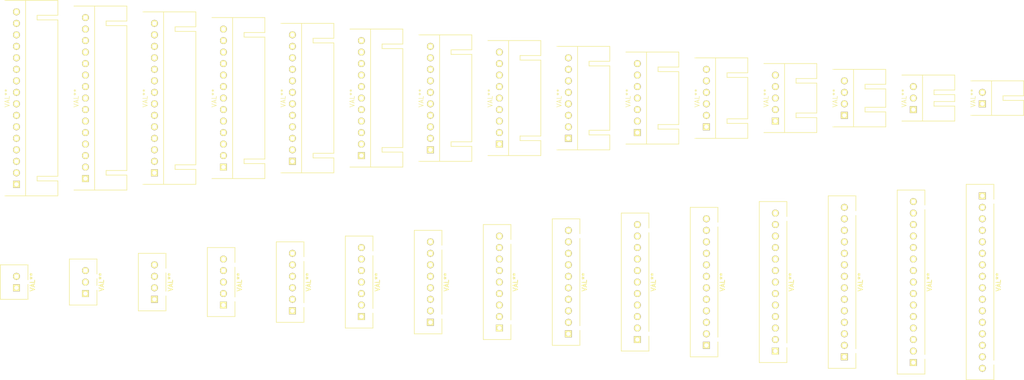
<source format=kicad_pcb>
(kicad_pcb (version 3) (host pcbnew "(2014-jan-25)-product")

  (general
    (links 0)
    (no_connects 0)
    (area 35.253143 38.420999 257.829001 121.579001)
    (thickness 1.6)
    (drawings 0)
    (tracks 0)
    (zones 0)
    (modules 30)
    (nets 1)
  )

  (page A4)
  (layers
    (15 F.Cu signal)
    (0 B.Cu signal)
    (16 B.Adhes user)
    (17 F.Adhes user)
    (18 B.Paste user)
    (19 F.Paste user)
    (20 B.SilkS user)
    (21 F.SilkS user)
    (22 B.Mask user)
    (23 F.Mask user)
    (24 Dwgs.User user)
    (25 Cmts.User user)
    (26 Eco1.User user)
    (27 Eco2.User user)
    (28 Edge.Cuts user)
  )

  (setup
    (last_trace_width 0.254)
    (trace_clearance 0.254)
    (zone_clearance 0.508)
    (zone_45_only no)
    (trace_min 0.254)
    (segment_width 0.2)
    (edge_width 0.15)
    (via_size 0.889)
    (via_drill 0.635)
    (via_min_size 0.889)
    (via_min_drill 0.508)
    (uvia_size 0.508)
    (uvia_drill 0.127)
    (uvias_allowed no)
    (uvia_min_size 0.508)
    (uvia_min_drill 0.127)
    (pcb_text_width 0.3)
    (pcb_text_size 1 1)
    (mod_edge_width 0.15)
    (mod_text_size 1 1)
    (mod_text_width 0.15)
    (pad_size 1 1)
    (pad_drill 0.6)
    (pad_to_mask_clearance 0)
    (aux_axis_origin 0 0)
    (visible_elements FFFFFF7F)
    (pcbplotparams
      (layerselection 3178497)
      (usegerberextensions true)
      (excludeedgelayer true)
      (linewidth 0.150000)
      (plotframeref false)
      (viasonmask false)
      (mode 1)
      (useauxorigin false)
      (hpglpennumber 1)
      (hpglpenspeed 20)
      (hpglpendiameter 15)
      (hpglpenoverlay 2)
      (psnegative false)
      (psa4output false)
      (plotreference true)
      (plotvalue true)
      (plotothertext true)
      (plotinvisibletext false)
      (padsonsilk false)
      (subtractmaskfromsilk false)
      (outputformat 1)
      (mirror false)
      (drillshape 1)
      (scaleselection 1)
      (outputdirectory ""))
  )

  (net 0 "")

  (net_class Default "Это класс цепей по умолчанию."
    (clearance 0.254)
    (trace_width 0.254)
    (via_dia 0.889)
    (via_drill 0.635)
    (uvia_dia 0.508)
    (uvia_drill 0.127)
  )

  (module JST_Conn:JST-XH-16 (layer F.Cu) (tedit 5721D3A4) (tstamp 5721A1B2)
    (at 250 100 270)
    (descr "JST-XH 16 pins")
    (tags "CONN DEV")
    (fp_text reference REF** (at 0 2.25 270) (layer F.SilkS) hide
      (effects (font (size 1 1) (thickness 0.2)))
    )
    (fp_text value VAL** (at 0 -3.5 270) (layer F.SilkS)
      (effects (font (size 1 1) (thickness 0.2)))
    )
    (fp_line (start -21.25 -2.5) (end -18 -2.5) (layer F.SilkS) (width 0.15))
    (fp_line (start 17 -2.5) (end -17 -2.5) (layer F.SilkS) (width 0.15))
    (fp_line (start 21.25 -2.5) (end 18 -2.5) (layer F.SilkS) (width 0.15))
    (fp_line (start 21.25 3.5) (end -21.25 3.5) (layer F.SilkS) (width 0.15))
    (fp_line (start -21.25 3.5) (end -21.25 -2.5) (layer F.SilkS) (width 0.15))
    (fp_line (start 21.25 -2.5) (end 21.25 3.5) (layer F.SilkS) (width 0.15))
    (pad 1 thru_hole rect (at -18.75 0 270) (size 1.5 1.5) (drill 0.9) (layers *.Cu *.Mask F.SilkS))
    (pad 2 thru_hole circle (at -16.25 0 270) (size 1.5 1.5) (drill 0.9) (layers *.Cu *.Mask F.SilkS))
    (pad 3 thru_hole circle (at -13.75 0 270) (size 1.5 1.5) (drill 0.9) (layers *.Cu *.Mask F.SilkS))
    (pad 4 thru_hole circle (at -11.25 0 270) (size 1.5 1.5) (drill 0.9) (layers *.Cu *.Mask F.SilkS))
    (pad 5 thru_hole circle (at -8.75 0 270) (size 1.5 1.5) (drill 0.9) (layers *.Cu *.Mask F.SilkS))
    (pad 6 thru_hole circle (at -6.25 0 270) (size 1.5 1.5) (drill 0.9) (layers *.Cu *.Mask F.SilkS))
    (pad 7 thru_hole circle (at -3.75 0 270) (size 1.5 1.5) (drill 0.9) (layers *.Cu *.Mask F.SilkS))
    (pad 8 thru_hole circle (at -1.25 0 270) (size 1.5 1.5) (drill 0.9) (layers *.Cu *.Mask F.SilkS))
    (pad 9 thru_hole circle (at 1.25 0 270) (size 1.5 1.5) (drill 0.9) (layers *.Cu *.Mask F.SilkS))
    (pad 10 thru_hole circle (at 3.75 0 270) (size 1.5 1.5) (drill 0.9) (layers *.Cu *.Mask F.SilkS))
    (pad 11 thru_hole circle (at 6.25 0 270) (size 1.5 1.5) (drill 0.9) (layers *.Cu *.Mask F.SilkS))
    (pad 12 thru_hole circle (at 8.75 0 270) (size 1.5 1.5) (drill 0.9) (layers *.Cu *.Mask F.SilkS))
    (pad 13 thru_hole circle (at 11.25 0 270) (size 1.5 1.5) (drill 0.9) (layers *.Cu *.Mask F.SilkS))
    (pad 14 thru_hole circle (at 13.75 0 270) (size 1.5 1.5) (drill 0.9) (layers *.Cu *.Mask F.SilkS))
    (pad 15 thru_hole circle (at 16.25 0 270) (size 1.5 1.5) (drill 0.9) (layers *.Cu *.Mask F.SilkS))
    (pad 16 thru_hole circle (at 18.75 0 270) (size 1.5 1.5) (drill 0.9) (layers *.Cu *.Mask F.SilkS))
    (model JST_Conn.3dshapes/JST-XH-16.wrl
      (at (xyz 0 0 0))
      (scale (xyz 1 1 1))
      (rotate (xyz 0 0 0))
    )
  )

  (module JST_Conn:JST-XH-2.5-15 (layer F.Cu) (tedit 5723DE86) (tstamp 5723F0F2)
    (at 235 100 270)
    (descr "JST-XH 15 pins")
    (tags "CONN DEV")
    (fp_text reference REF** (at 0 2.25 270) (layer F.SilkS) hide
      (effects (font (size 1 1) (thickness 0.2)))
    )
    (fp_text value VAL** (at 0 -3.5 270) (layer F.SilkS)
      (effects (font (size 1 1) (thickness 0.2)))
    )
    (fp_line (start 20 -2.5) (end 16.75 -2.5) (layer F.SilkS) (width 0.15))
    (fp_line (start -15.75 -2.5) (end 15.75 -2.5) (layer F.SilkS) (width 0.15))
    (fp_line (start -20 -2.5) (end -16.75 -2.5) (layer F.SilkS) (width 0.15))
    (fp_line (start -20 3.5) (end 20 3.5) (layer F.SilkS) (width 0.15))
    (fp_line (start 20 3.5) (end 20 -2.5) (layer F.SilkS) (width 0.15))
    (fp_line (start -20 -2.5) (end -20 3.5) (layer F.SilkS) (width 0.15))
    (pad 1 thru_hole rect (at 17.5 0 90) (size 1.5 1.5) (drill 0.9) (layers *.Cu *.Mask F.SilkS))
    (pad 2 thru_hole circle (at 15 0 90) (size 1.5 1.5) (drill 0.9) (layers *.Cu *.Mask F.SilkS))
    (pad 3 thru_hole circle (at 12.5 0 90) (size 1.5 1.5) (drill 0.9) (layers *.Cu *.Mask F.SilkS))
    (pad 4 thru_hole circle (at 10 0 90) (size 1.5 1.5) (drill 0.9) (layers *.Cu *.Mask F.SilkS))
    (pad 5 thru_hole circle (at 7.5 0 90) (size 1.5 1.5) (drill 0.9) (layers *.Cu *.Mask F.SilkS))
    (pad 6 thru_hole circle (at 5 0 90) (size 1.5 1.5) (drill 0.9) (layers *.Cu *.Mask F.SilkS))
    (pad 7 thru_hole circle (at 2.5 0 90) (size 1.5 1.5) (drill 0.9) (layers *.Cu *.Mask F.SilkS))
    (pad 8 thru_hole circle (at 0 0 90) (size 1.5 1.5) (drill 0.9) (layers *.Cu *.Mask F.SilkS))
    (pad 9 thru_hole circle (at -2.5 0 90) (size 1.5 1.5) (drill 0.9) (layers *.Cu *.Mask F.SilkS))
    (pad 10 thru_hole circle (at -5 0 90) (size 1.5 1.5) (drill 0.9) (layers *.Cu *.Mask F.SilkS))
    (pad 11 thru_hole circle (at -7.5 0 90) (size 1.5 1.5) (drill 0.9) (layers *.Cu *.Mask F.SilkS))
    (pad 12 thru_hole circle (at -10 0 90) (size 1.5 1.5) (drill 0.9) (layers *.Cu *.Mask F.SilkS))
    (pad 13 thru_hole circle (at -12.5 0 90) (size 1.5 1.5) (drill 0.9) (layers *.Cu *.Mask F.SilkS))
    (pad 14 thru_hole circle (at -15 0 90) (size 1.5 1.5) (drill 0.9) (layers *.Cu *.Mask F.SilkS))
    (pad 15 thru_hole circle (at -17.5 0 90) (size 1.5 1.5) (drill 0.9) (layers *.Cu *.Mask F.SilkS))
    (model JST_Conn.3dshapes/JST-XH-15.wrl
      (at (xyz 0 0 0))
      (scale (xyz 1 1 1))
      (rotate (xyz 0 0 0))
    )
  )

  (module JST_Conn:JST-XH-2.5-14 (layer F.Cu) (tedit 5723DE86) (tstamp 5723F29C)
    (at 220 100 270)
    (descr "JST-XH 14 pins")
    (tags "CONN DEV")
    (fp_text reference REF** (at 0 2.25 270) (layer F.SilkS) hide
      (effects (font (size 1 1) (thickness 0.2)))
    )
    (fp_text value VAL** (at 0 -3.5 270) (layer F.SilkS)
      (effects (font (size 1 1) (thickness 0.2)))
    )
    (fp_line (start 18.75 -2.5) (end 15.5 -2.5) (layer F.SilkS) (width 0.15))
    (fp_line (start -14.5 -2.5) (end 14.5 -2.5) (layer F.SilkS) (width 0.15))
    (fp_line (start -18.75 -2.5) (end -15.5 -2.5) (layer F.SilkS) (width 0.15))
    (fp_line (start -18.75 3.5) (end 18.75 3.5) (layer F.SilkS) (width 0.15))
    (fp_line (start 18.75 3.5) (end 18.75 -2.5) (layer F.SilkS) (width 0.15))
    (fp_line (start -18.75 -2.5) (end -18.75 3.5) (layer F.SilkS) (width 0.15))
    (pad 1 thru_hole rect (at 16.25 0 90) (size 1.5 1.5) (drill 0.9) (layers *.Cu *.Mask F.SilkS))
    (pad 2 thru_hole circle (at 13.75 0 90) (size 1.5 1.5) (drill 0.9) (layers *.Cu *.Mask F.SilkS))
    (pad 3 thru_hole circle (at 11.25 0 90) (size 1.5 1.5) (drill 0.9) (layers *.Cu *.Mask F.SilkS))
    (pad 4 thru_hole circle (at 8.75 0 90) (size 1.5 1.5) (drill 0.9) (layers *.Cu *.Mask F.SilkS))
    (pad 5 thru_hole circle (at 6.25 0 90) (size 1.5 1.5) (drill 0.9) (layers *.Cu *.Mask F.SilkS))
    (pad 6 thru_hole circle (at 3.75 0 90) (size 1.5 1.5) (drill 0.9) (layers *.Cu *.Mask F.SilkS))
    (pad 7 thru_hole circle (at 1.25 0 90) (size 1.5 1.5) (drill 0.9) (layers *.Cu *.Mask F.SilkS))
    (pad 8 thru_hole circle (at -1.25 0 90) (size 1.5 1.5) (drill 0.9) (layers *.Cu *.Mask F.SilkS))
    (pad 9 thru_hole circle (at -3.75 0 90) (size 1.5 1.5) (drill 0.9) (layers *.Cu *.Mask F.SilkS))
    (pad 10 thru_hole circle (at -6.25 0 90) (size 1.5 1.5) (drill 0.9) (layers *.Cu *.Mask F.SilkS))
    (pad 11 thru_hole circle (at -8.75 0 90) (size 1.5 1.5) (drill 0.9) (layers *.Cu *.Mask F.SilkS))
    (pad 12 thru_hole circle (at -11.25 0 90) (size 1.5 1.5) (drill 0.9) (layers *.Cu *.Mask F.SilkS))
    (pad 13 thru_hole circle (at -13.75 0 90) (size 1.5 1.5) (drill 0.9) (layers *.Cu *.Mask F.SilkS))
    (pad 14 thru_hole circle (at -16.25 0 90) (size 1.5 1.5) (drill 0.9) (layers *.Cu *.Mask F.SilkS))
    (model JST_Conn.3dshapes/JST-XH-14.wrl
      (at (xyz 0 0 0))
      (scale (xyz 1 1 1))
      (rotate (xyz 0 0 0))
    )
  )

  (module JST_Conn:JST-XH-2.5-13 (layer F.Cu) (tedit 5723DE86) (tstamp 5723F426)
    (at 205 100 270)
    (descr "JST-XH 13 pins")
    (tags "CONN DEV")
    (fp_text reference REF** (at 0 2.25 270) (layer F.SilkS) hide
      (effects (font (size 1 1) (thickness 0.2)))
    )
    (fp_text value VAL** (at 0 -3.5 270) (layer F.SilkS)
      (effects (font (size 1 1) (thickness 0.2)))
    )
    (fp_line (start 17.5 -2.5) (end 14.25 -2.5) (layer F.SilkS) (width 0.15))
    (fp_line (start -13.25 -2.5) (end 13.25 -2.5) (layer F.SilkS) (width 0.15))
    (fp_line (start -17.5 -2.5) (end -14.25 -2.5) (layer F.SilkS) (width 0.15))
    (fp_line (start -17.5 3.5) (end 17.5 3.5) (layer F.SilkS) (width 0.15))
    (fp_line (start 17.5 3.5) (end 17.5 -2.5) (layer F.SilkS) (width 0.15))
    (fp_line (start -17.5 -2.5) (end -17.5 3.5) (layer F.SilkS) (width 0.15))
    (pad 1 thru_hole rect (at 15 0 90) (size 1.5 1.5) (drill 0.9) (layers *.Cu *.Mask F.SilkS))
    (pad 2 thru_hole circle (at 12.5 0 90) (size 1.5 1.5) (drill 0.9) (layers *.Cu *.Mask F.SilkS))
    (pad 3 thru_hole circle (at 10 0 90) (size 1.5 1.5) (drill 0.9) (layers *.Cu *.Mask F.SilkS))
    (pad 4 thru_hole circle (at 7.5 0 90) (size 1.5 1.5) (drill 0.9) (layers *.Cu *.Mask F.SilkS))
    (pad 5 thru_hole circle (at 5 0 90) (size 1.5 1.5) (drill 0.9) (layers *.Cu *.Mask F.SilkS))
    (pad 6 thru_hole circle (at 2.5 0 90) (size 1.5 1.5) (drill 0.9) (layers *.Cu *.Mask F.SilkS))
    (pad 7 thru_hole circle (at 0 0 90) (size 1.5 1.5) (drill 0.9) (layers *.Cu *.Mask F.SilkS))
    (pad 8 thru_hole circle (at -2.5 0 90) (size 1.5 1.5) (drill 0.9) (layers *.Cu *.Mask F.SilkS))
    (pad 9 thru_hole circle (at -5 0 90) (size 1.5 1.5) (drill 0.9) (layers *.Cu *.Mask F.SilkS))
    (pad 10 thru_hole circle (at -7.5 0 90) (size 1.5 1.5) (drill 0.9) (layers *.Cu *.Mask F.SilkS))
    (pad 11 thru_hole circle (at -10 0 90) (size 1.5 1.5) (drill 0.9) (layers *.Cu *.Mask F.SilkS))
    (pad 12 thru_hole circle (at -12.5 0 90) (size 1.5 1.5) (drill 0.9) (layers *.Cu *.Mask F.SilkS))
    (pad 13 thru_hole circle (at -15 0 90) (size 1.5 1.5) (drill 0.9) (layers *.Cu *.Mask F.SilkS))
    (model JST_Conn.3dshapes/JST-XH-13.wrl
      (at (xyz 0 0 0))
      (scale (xyz 1 1 1))
      (rotate (xyz 0 0 0))
    )
  )

  (module JST_Conn:JST-XH-2.5-12 (layer F.Cu) (tedit 5723DE86) (tstamp 5723F5AB)
    (at 190 100 270)
    (descr "JST-XH 12 pins")
    (tags "CONN DEV")
    (fp_text reference REF** (at 0 2.25 270) (layer F.SilkS) hide
      (effects (font (size 1 1) (thickness 0.2)))
    )
    (fp_text value VAL** (at 0 -3.5 270) (layer F.SilkS)
      (effects (font (size 1 1) (thickness 0.2)))
    )
    (fp_line (start 16.25 -2.5) (end 13 -2.5) (layer F.SilkS) (width 0.15))
    (fp_line (start -12 -2.5) (end 12 -2.5) (layer F.SilkS) (width 0.15))
    (fp_line (start -16.25 -2.5) (end -13 -2.5) (layer F.SilkS) (width 0.15))
    (fp_line (start -16.25 3.5) (end 16.25 3.5) (layer F.SilkS) (width 0.15))
    (fp_line (start 16.25 3.5) (end 16.25 -2.5) (layer F.SilkS) (width 0.15))
    (fp_line (start -16.25 -2.5) (end -16.25 3.5) (layer F.SilkS) (width 0.15))
    (pad 1 thru_hole rect (at 13.75 0 90) (size 1.5 1.5) (drill 0.9) (layers *.Cu *.Mask F.SilkS))
    (pad 2 thru_hole circle (at 11.25 0 90) (size 1.5 1.5) (drill 0.9) (layers *.Cu *.Mask F.SilkS))
    (pad 3 thru_hole circle (at 8.75 0 90) (size 1.5 1.5) (drill 0.9) (layers *.Cu *.Mask F.SilkS))
    (pad 4 thru_hole circle (at 6.25 0 90) (size 1.5 1.5) (drill 0.9) (layers *.Cu *.Mask F.SilkS))
    (pad 5 thru_hole circle (at 3.75 0 90) (size 1.5 1.5) (drill 0.9) (layers *.Cu *.Mask F.SilkS))
    (pad 6 thru_hole circle (at 1.25 0 90) (size 1.5 1.5) (drill 0.9) (layers *.Cu *.Mask F.SilkS))
    (pad 7 thru_hole circle (at -1.25 0 90) (size 1.5 1.5) (drill 0.9) (layers *.Cu *.Mask F.SilkS))
    (pad 8 thru_hole circle (at -3.75 0 90) (size 1.5 1.5) (drill 0.9) (layers *.Cu *.Mask F.SilkS))
    (pad 9 thru_hole circle (at -6.25 0 90) (size 1.5 1.5) (drill 0.9) (layers *.Cu *.Mask F.SilkS))
    (pad 10 thru_hole circle (at -8.75 0 90) (size 1.5 1.5) (drill 0.9) (layers *.Cu *.Mask F.SilkS))
    (pad 11 thru_hole circle (at -11.25 0 90) (size 1.5 1.5) (drill 0.9) (layers *.Cu *.Mask F.SilkS))
    (pad 12 thru_hole circle (at -13.75 0 90) (size 1.5 1.5) (drill 0.9) (layers *.Cu *.Mask F.SilkS))
    (model JST_Conn.3dshapes/JST-XH-12.wrl
      (at (xyz 0 0 0))
      (scale (xyz 1 1 1))
      (rotate (xyz 0 0 0))
    )
  )

  (module JST_Conn:JST-XH-2.5-11 (layer F.Cu) (tedit 5723DE86) (tstamp 5723F72B)
    (at 175 100 270)
    (descr "JST-XH 11 pins")
    (tags "CONN DEV")
    (fp_text reference REF** (at 0 2.25 270) (layer F.SilkS) hide
      (effects (font (size 1 1) (thickness 0.2)))
    )
    (fp_text value VAL** (at 0 -3.5 270) (layer F.SilkS)
      (effects (font (size 1 1) (thickness 0.2)))
    )
    (fp_line (start 15 -2.5) (end 11.75 -2.5) (layer F.SilkS) (width 0.15))
    (fp_line (start -10.75 -2.5) (end 10.75 -2.5) (layer F.SilkS) (width 0.15))
    (fp_line (start -15 -2.5) (end -11.75 -2.5) (layer F.SilkS) (width 0.15))
    (fp_line (start -15 3.5) (end 15 3.5) (layer F.SilkS) (width 0.15))
    (fp_line (start 15 3.5) (end 15 -2.5) (layer F.SilkS) (width 0.15))
    (fp_line (start -15 -2.5) (end -15 3.5) (layer F.SilkS) (width 0.15))
    (pad 1 thru_hole rect (at 12.5 0 90) (size 1.5 1.5) (drill 0.9) (layers *.Cu *.Mask F.SilkS))
    (pad 2 thru_hole circle (at 10 0 90) (size 1.5 1.5) (drill 0.9) (layers *.Cu *.Mask F.SilkS))
    (pad 3 thru_hole circle (at 7.5 0 90) (size 1.5 1.5) (drill 0.9) (layers *.Cu *.Mask F.SilkS))
    (pad 4 thru_hole circle (at 5 0 90) (size 1.5 1.5) (drill 0.9) (layers *.Cu *.Mask F.SilkS))
    (pad 5 thru_hole circle (at 2.5 0 90) (size 1.5 1.5) (drill 0.9) (layers *.Cu *.Mask F.SilkS))
    (pad 6 thru_hole circle (at 0 0 90) (size 1.5 1.5) (drill 0.9) (layers *.Cu *.Mask F.SilkS))
    (pad 7 thru_hole circle (at -2.5 0 90) (size 1.5 1.5) (drill 0.9) (layers *.Cu *.Mask F.SilkS))
    (pad 8 thru_hole circle (at -5 0 90) (size 1.5 1.5) (drill 0.9) (layers *.Cu *.Mask F.SilkS))
    (pad 9 thru_hole circle (at -7.5 0 90) (size 1.5 1.5) (drill 0.9) (layers *.Cu *.Mask F.SilkS))
    (pad 10 thru_hole circle (at -10 0 90) (size 1.5 1.5) (drill 0.9) (layers *.Cu *.Mask F.SilkS))
    (pad 11 thru_hole circle (at -12.5 0 90) (size 1.5 1.5) (drill 0.9) (layers *.Cu *.Mask F.SilkS))
    (model JST_Conn.3dshapes/JST-XH-11.wrl
      (at (xyz 0 0 0))
      (scale (xyz 1 1 1))
      (rotate (xyz 0 0 0))
    )
  )

  (module JST_Conn:JST-XH-2.5-10 (layer F.Cu) (tedit 5723DE86) (tstamp 5723F8A6)
    (at 160 100 270)
    (descr "JST-XH 10 pins")
    (tags "CONN DEV")
    (fp_text reference REF** (at 0 2.25 270) (layer F.SilkS) hide
      (effects (font (size 1 1) (thickness 0.2)))
    )
    (fp_text value VAL** (at 0 -3.5 270) (layer F.SilkS)
      (effects (font (size 1 1) (thickness 0.2)))
    )
    (fp_line (start 13.75 -2.5) (end 10.5 -2.5) (layer F.SilkS) (width 0.15))
    (fp_line (start -9.5 -2.5) (end 9.5 -2.5) (layer F.SilkS) (width 0.15))
    (fp_line (start -13.75 -2.5) (end -10.5 -2.5) (layer F.SilkS) (width 0.15))
    (fp_line (start -13.75 3.5) (end 13.75 3.5) (layer F.SilkS) (width 0.15))
    (fp_line (start 13.75 3.5) (end 13.75 -2.5) (layer F.SilkS) (width 0.15))
    (fp_line (start -13.75 -2.5) (end -13.75 3.5) (layer F.SilkS) (width 0.15))
    (pad 1 thru_hole rect (at 11.25 0 90) (size 1.5 1.5) (drill 0.9) (layers *.Cu *.Mask F.SilkS))
    (pad 2 thru_hole circle (at 8.75 0 90) (size 1.5 1.5) (drill 0.9) (layers *.Cu *.Mask F.SilkS))
    (pad 3 thru_hole circle (at 6.25 0 90) (size 1.5 1.5) (drill 0.9) (layers *.Cu *.Mask F.SilkS))
    (pad 4 thru_hole circle (at 3.75 0 90) (size 1.5 1.5) (drill 0.9) (layers *.Cu *.Mask F.SilkS))
    (pad 5 thru_hole circle (at 1.25 0 90) (size 1.5 1.5) (drill 0.9) (layers *.Cu *.Mask F.SilkS))
    (pad 6 thru_hole circle (at -1.25 0 90) (size 1.5 1.5) (drill 0.9) (layers *.Cu *.Mask F.SilkS))
    (pad 7 thru_hole circle (at -3.75 0 90) (size 1.5 1.5) (drill 0.9) (layers *.Cu *.Mask F.SilkS))
    (pad 8 thru_hole circle (at -6.25 0 90) (size 1.5 1.5) (drill 0.9) (layers *.Cu *.Mask F.SilkS))
    (pad 9 thru_hole circle (at -8.75 0 90) (size 1.5 1.5) (drill 0.9) (layers *.Cu *.Mask F.SilkS))
    (pad 10 thru_hole circle (at -11.25 0 90) (size 1.5 1.5) (drill 0.9) (layers *.Cu *.Mask F.SilkS))
    (model JST_Conn.3dshapes/JST-XH-10.wrl
      (at (xyz 0 0 0))
      (scale (xyz 1 1 1))
      (rotate (xyz 0 0 0))
    )
  )

  (module JST_Conn:JST-XH-2.5-9 (layer F.Cu) (tedit 5723DE86) (tstamp 5723FA1C)
    (at 145 100 270)
    (descr "JST-XH 9 pins")
    (tags "CONN DEV")
    (fp_text reference REF** (at 0 2.25 270) (layer F.SilkS) hide
      (effects (font (size 1 1) (thickness 0.2)))
    )
    (fp_text value VAL** (at 0 -3.5 270) (layer F.SilkS)
      (effects (font (size 1 1) (thickness 0.2)))
    )
    (fp_line (start 12.5 -2.5) (end 9.25 -2.5) (layer F.SilkS) (width 0.15))
    (fp_line (start -8.25 -2.5) (end 8.25 -2.5) (layer F.SilkS) (width 0.15))
    (fp_line (start -12.5 -2.5) (end -9.25 -2.5) (layer F.SilkS) (width 0.15))
    (fp_line (start -12.5 3.5) (end 12.5 3.5) (layer F.SilkS) (width 0.15))
    (fp_line (start 12.5 3.5) (end 12.5 -2.5) (layer F.SilkS) (width 0.15))
    (fp_line (start -12.5 -2.5) (end -12.5 3.5) (layer F.SilkS) (width 0.15))
    (pad 1 thru_hole rect (at 10 0 90) (size 1.5 1.5) (drill 0.9) (layers *.Cu *.Mask F.SilkS))
    (pad 2 thru_hole circle (at 7.5 0 90) (size 1.5 1.5) (drill 0.9) (layers *.Cu *.Mask F.SilkS))
    (pad 3 thru_hole circle (at 5 0 90) (size 1.5 1.5) (drill 0.9) (layers *.Cu *.Mask F.SilkS))
    (pad 4 thru_hole circle (at 2.5 0 90) (size 1.5 1.5) (drill 0.9) (layers *.Cu *.Mask F.SilkS))
    (pad 5 thru_hole circle (at 0 0 90) (size 1.5 1.5) (drill 0.9) (layers *.Cu *.Mask F.SilkS))
    (pad 6 thru_hole circle (at -2.5 0 90) (size 1.5 1.5) (drill 0.9) (layers *.Cu *.Mask F.SilkS))
    (pad 7 thru_hole circle (at -5 0 90) (size 1.5 1.5) (drill 0.9) (layers *.Cu *.Mask F.SilkS))
    (pad 8 thru_hole circle (at -7.5 0 90) (size 1.5 1.5) (drill 0.9) (layers *.Cu *.Mask F.SilkS))
    (pad 9 thru_hole circle (at -10 0 90) (size 1.5 1.5) (drill 0.9) (layers *.Cu *.Mask F.SilkS))
    (model JST_Conn.3dshapes/JST-XH-9.wrl
      (at (xyz 0 0 0))
      (scale (xyz 1 1 1))
      (rotate (xyz 0 0 0))
    )
  )

  (module JST_Conn:JST-XH-2.5-8 (layer F.Cu) (tedit 5723DE86) (tstamp 5723FB8D)
    (at 130 100 270)
    (descr "JST-XH 8 pins")
    (tags "CONN DEV")
    (fp_text reference REF** (at 0 2.25 270) (layer F.SilkS) hide
      (effects (font (size 1 1) (thickness 0.2)))
    )
    (fp_text value VAL** (at 0 -3.5 270) (layer F.SilkS)
      (effects (font (size 1 1) (thickness 0.2)))
    )
    (fp_line (start 11.25 -2.5) (end 8 -2.5) (layer F.SilkS) (width 0.15))
    (fp_line (start -7 -2.5) (end 7 -2.5) (layer F.SilkS) (width 0.15))
    (fp_line (start -11.25 -2.5) (end -8 -2.5) (layer F.SilkS) (width 0.15))
    (fp_line (start -11.25 3.5) (end 11.25 3.5) (layer F.SilkS) (width 0.15))
    (fp_line (start 11.25 3.5) (end 11.25 -2.5) (layer F.SilkS) (width 0.15))
    (fp_line (start -11.25 -2.5) (end -11.25 3.5) (layer F.SilkS) (width 0.15))
    (pad 1 thru_hole rect (at 8.75 0 90) (size 1.5 1.5) (drill 0.9) (layers *.Cu *.Mask F.SilkS))
    (pad 2 thru_hole circle (at 6.25 0 90) (size 1.5 1.5) (drill 0.9) (layers *.Cu *.Mask F.SilkS))
    (pad 3 thru_hole circle (at 3.75 0 90) (size 1.5 1.5) (drill 0.9) (layers *.Cu *.Mask F.SilkS))
    (pad 4 thru_hole circle (at 1.25 0 90) (size 1.5 1.5) (drill 0.9) (layers *.Cu *.Mask F.SilkS))
    (pad 5 thru_hole circle (at -1.25 0 90) (size 1.5 1.5) (drill 0.9) (layers *.Cu *.Mask F.SilkS))
    (pad 6 thru_hole circle (at -3.75 0 90) (size 1.5 1.5) (drill 0.9) (layers *.Cu *.Mask F.SilkS))
    (pad 7 thru_hole circle (at -6.25 0 90) (size 1.5 1.5) (drill 0.9) (layers *.Cu *.Mask F.SilkS))
    (pad 8 thru_hole circle (at -8.75 0 90) (size 1.5 1.5) (drill 0.9) (layers *.Cu *.Mask F.SilkS))
    (model JST_Conn.3dshapes/JST-XH-8.wrl
      (at (xyz 0 0 0))
      (scale (xyz 1 1 1))
      (rotate (xyz 0 0 0))
    )
  )

  (module JST_Conn:JST-XH-2.5-7 (layer F.Cu) (tedit 5723DE86) (tstamp 5723FCF9)
    (at 115 100 270)
    (descr "JST-XH 7 pins")
    (tags "CONN DEV")
    (fp_text reference REF** (at 0 2.25 270) (layer F.SilkS) hide
      (effects (font (size 1 1) (thickness 0.2)))
    )
    (fp_text value VAL** (at 0 -3.5 270) (layer F.SilkS)
      (effects (font (size 1 1) (thickness 0.2)))
    )
    (fp_line (start 10 -2.5) (end 6.75 -2.5) (layer F.SilkS) (width 0.15))
    (fp_line (start -5.75 -2.5) (end 5.75 -2.5) (layer F.SilkS) (width 0.15))
    (fp_line (start -10 -2.5) (end -6.75 -2.5) (layer F.SilkS) (width 0.15))
    (fp_line (start -10 3.5) (end 10 3.5) (layer F.SilkS) (width 0.15))
    (fp_line (start 10 3.5) (end 10 -2.5) (layer F.SilkS) (width 0.15))
    (fp_line (start -10 -2.5) (end -10 3.5) (layer F.SilkS) (width 0.15))
    (pad 1 thru_hole rect (at 7.5 0 90) (size 1.5 1.5) (drill 0.9) (layers *.Cu *.Mask F.SilkS))
    (pad 2 thru_hole circle (at 5 0 90) (size 1.5 1.5) (drill 0.9) (layers *.Cu *.Mask F.SilkS))
    (pad 3 thru_hole circle (at 2.5 0 90) (size 1.5 1.5) (drill 0.9) (layers *.Cu *.Mask F.SilkS))
    (pad 4 thru_hole circle (at 0 0 90) (size 1.5 1.5) (drill 0.9) (layers *.Cu *.Mask F.SilkS))
    (pad 5 thru_hole circle (at -2.5 0 90) (size 1.5 1.5) (drill 0.9) (layers *.Cu *.Mask F.SilkS))
    (pad 6 thru_hole circle (at -5 0 90) (size 1.5 1.5) (drill 0.9) (layers *.Cu *.Mask F.SilkS))
    (pad 7 thru_hole circle (at -7.5 0 90) (size 1.5 1.5) (drill 0.9) (layers *.Cu *.Mask F.SilkS))
    (model JST_Conn.3dshapes/JST-XH-7.wrl
      (at (xyz 0 0 0))
      (scale (xyz 1 1 1))
      (rotate (xyz 0 0 0))
    )
  )

  (module JST_Conn:JST-XH-2.5-6 (layer F.Cu) (tedit 5723DE86) (tstamp 5723FE60)
    (at 100 100 270)
    (descr "JST-XH 6 pins")
    (tags "CONN DEV")
    (fp_text reference REF** (at 0 2.25 270) (layer F.SilkS) hide
      (effects (font (size 1 1) (thickness 0.2)))
    )
    (fp_text value VAL** (at 0 -3.5 270) (layer F.SilkS)
      (effects (font (size 1 1) (thickness 0.2)))
    )
    (fp_line (start 8.75 -2.5) (end 5.5 -2.5) (layer F.SilkS) (width 0.15))
    (fp_line (start -4.5 -2.5) (end 4.5 -2.5) (layer F.SilkS) (width 0.15))
    (fp_line (start -8.75 -2.5) (end -5.5 -2.5) (layer F.SilkS) (width 0.15))
    (fp_line (start -8.75 3.5) (end 8.75 3.5) (layer F.SilkS) (width 0.15))
    (fp_line (start 8.75 3.5) (end 8.75 -2.5) (layer F.SilkS) (width 0.15))
    (fp_line (start -8.75 -2.5) (end -8.75 3.5) (layer F.SilkS) (width 0.15))
    (pad 1 thru_hole rect (at 6.25 0 90) (size 1.5 1.5) (drill 0.9) (layers *.Cu *.Mask F.SilkS))
    (pad 2 thru_hole circle (at 3.75 0 90) (size 1.5 1.5) (drill 0.9) (layers *.Cu *.Mask F.SilkS))
    (pad 3 thru_hole circle (at 1.25 0 90) (size 1.5 1.5) (drill 0.9) (layers *.Cu *.Mask F.SilkS))
    (pad 4 thru_hole circle (at -1.25 0 90) (size 1.5 1.5) (drill 0.9) (layers *.Cu *.Mask F.SilkS))
    (pad 5 thru_hole circle (at -3.75 0 90) (size 1.5 1.5) (drill 0.9) (layers *.Cu *.Mask F.SilkS))
    (pad 6 thru_hole circle (at -6.25 0 90) (size 1.5 1.5) (drill 0.9) (layers *.Cu *.Mask F.SilkS))
    (model JST_Conn.3dshapes/JST-XH-6.wrl
      (at (xyz 0 0 0))
      (scale (xyz 1 1 1))
      (rotate (xyz 0 0 0))
    )
  )

  (module JST_Conn:JST-XH-2.5-5 (layer F.Cu) (tedit 5723DE86) (tstamp 5723FFC2)
    (at 85 100 270)
    (descr "JST-XH 5 pins")
    (tags "CONN DEV")
    (fp_text reference REF** (at 0 2.25 270) (layer F.SilkS) hide
      (effects (font (size 1 1) (thickness 0.2)))
    )
    (fp_text value VAL** (at 0 -3.5 270) (layer F.SilkS)
      (effects (font (size 1 1) (thickness 0.2)))
    )
    (fp_line (start 7.5 -2.5) (end 4.25 -2.5) (layer F.SilkS) (width 0.15))
    (fp_line (start -3.25 -2.5) (end 3.25 -2.5) (layer F.SilkS) (width 0.15))
    (fp_line (start -7.5 -2.5) (end -4.25 -2.5) (layer F.SilkS) (width 0.15))
    (fp_line (start -7.5 3.5) (end 7.5 3.5) (layer F.SilkS) (width 0.15))
    (fp_line (start 7.5 3.5) (end 7.5 -2.5) (layer F.SilkS) (width 0.15))
    (fp_line (start -7.5 -2.5) (end -7.5 3.5) (layer F.SilkS) (width 0.15))
    (pad 1 thru_hole rect (at 5 0 90) (size 1.5 1.5) (drill 0.9) (layers *.Cu *.Mask F.SilkS))
    (pad 2 thru_hole circle (at 2.5 0 90) (size 1.5 1.5) (drill 0.9) (layers *.Cu *.Mask F.SilkS))
    (pad 3 thru_hole circle (at 0 0 90) (size 1.5 1.5) (drill 0.9) (layers *.Cu *.Mask F.SilkS))
    (pad 4 thru_hole circle (at -2.5 0 90) (size 1.5 1.5) (drill 0.9) (layers *.Cu *.Mask F.SilkS))
    (pad 5 thru_hole circle (at -5 0 90) (size 1.5 1.5) (drill 0.9) (layers *.Cu *.Mask F.SilkS))
    (model JST_Conn.3dshapes/JST-XH-5.wrl
      (at (xyz 0 0 0))
      (scale (xyz 1 1 1))
      (rotate (xyz 0 0 0))
    )
  )

  (module JST_Conn:JST-XH-2.5-4 (layer F.Cu) (tedit 5723DE86) (tstamp 5724011F)
    (at 70 100 270)
    (descr "JST-XH 4 pins")
    (tags "CONN DEV")
    (fp_text reference REF** (at 0 2.25 270) (layer F.SilkS) hide
      (effects (font (size 1 1) (thickness 0.2)))
    )
    (fp_text value VAL** (at 0 -3.5 270) (layer F.SilkS)
      (effects (font (size 1 1) (thickness 0.2)))
    )
    (fp_line (start 6.25 -2.5) (end 3 -2.5) (layer F.SilkS) (width 0.15))
    (fp_line (start -2 -2.5) (end 2 -2.5) (layer F.SilkS) (width 0.15))
    (fp_line (start -6.25 -2.5) (end -3 -2.5) (layer F.SilkS) (width 0.15))
    (fp_line (start -6.25 3.5) (end 6.25 3.5) (layer F.SilkS) (width 0.15))
    (fp_line (start 6.25 3.5) (end 6.25 -2.5) (layer F.SilkS) (width 0.15))
    (fp_line (start -6.25 -2.5) (end -6.25 3.5) (layer F.SilkS) (width 0.15))
    (pad 1 thru_hole rect (at 3.75 0 90) (size 1.5 1.5) (drill 0.9) (layers *.Cu *.Mask F.SilkS))
    (pad 2 thru_hole circle (at 1.25 0 90) (size 1.5 1.5) (drill 0.9) (layers *.Cu *.Mask F.SilkS))
    (pad 3 thru_hole circle (at -1.25 0 90) (size 1.5 1.5) (drill 0.9) (layers *.Cu *.Mask F.SilkS))
    (pad 4 thru_hole circle (at -3.75 0 90) (size 1.5 1.5) (drill 0.9) (layers *.Cu *.Mask F.SilkS))
    (model JST_Conn.3dshapes/JST-XH-4.wrl
      (at (xyz 0 0 0))
      (scale (xyz 1 1 1))
      (rotate (xyz 0 0 0))
    )
  )

  (module JST_Conn:JST-XH-2.5-3 (layer F.Cu) (tedit 5723DE86) (tstamp 57240277)
    (at 55 100 270)
    (descr "JST-XH 3 pins")
    (tags "CONN DEV")
    (fp_text reference REF** (at 0 2.25 270) (layer F.SilkS) hide
      (effects (font (size 1 1) (thickness 0.2)))
    )
    (fp_text value VAL** (at 0 -3.5 270) (layer F.SilkS)
      (effects (font (size 1 1) (thickness 0.2)))
    )
    (fp_line (start 5 -2.5) (end 1.75 -2.5) (layer F.SilkS) (width 0.15))
    (fp_line (start -0.75 -2.5) (end 0.75 -2.5) (layer F.SilkS) (width 0.15))
    (fp_line (start -5 -2.5) (end -1.75 -2.5) (layer F.SilkS) (width 0.15))
    (fp_line (start -5 3.5) (end 5 3.5) (layer F.SilkS) (width 0.15))
    (fp_line (start 5 3.5) (end 5 -2.5) (layer F.SilkS) (width 0.15))
    (fp_line (start -5 -2.5) (end -5 3.5) (layer F.SilkS) (width 0.15))
    (pad 1 thru_hole rect (at 2.5 0 90) (size 1.5 1.5) (drill 0.9) (layers *.Cu *.Mask F.SilkS))
    (pad 2 thru_hole circle (at 0 0 90) (size 1.5 1.5) (drill 0.9) (layers *.Cu *.Mask F.SilkS))
    (pad 3 thru_hole circle (at -2.5 0 90) (size 1.5 1.5) (drill 0.9) (layers *.Cu *.Mask F.SilkS))
    (model JST_Conn.3dshapes/JST-XH-3.wrl
      (at (xyz 0 0 0))
      (scale (xyz 1 1 1))
      (rotate (xyz 0 0 0))
    )
  )

  (module JST_Conn:JST-XH-2.5-2 (layer F.Cu) (tedit 5723DE86) (tstamp 572403C8)
    (at 40 100 270)
    (descr "JST-XH 2 pins")
    (tags "CONN DEV")
    (fp_text reference REF** (at 0 2.25 270) (layer F.SilkS) hide
      (effects (font (size 1 1) (thickness 0.2)))
    )
    (fp_text value VAL** (at 0 -3.5 270) (layer F.SilkS)
      (effects (font (size 1 1) (thickness 0.2)))
    )
    (fp_line (start 3.75 -2.5) (end 0.5 -2.5) (layer F.SilkS) (width 0.15))
    (fp_line (start -3.75 -2.5) (end -0.5 -2.5) (layer F.SilkS) (width 0.15))
    (fp_line (start -3.75 3.5) (end 3.75 3.5) (layer F.SilkS) (width 0.15))
    (fp_line (start 3.75 3.5) (end 3.75 -2.5) (layer F.SilkS) (width 0.15))
    (fp_line (start -3.75 -2.5) (end -3.75 3.5) (layer F.SilkS) (width 0.15))
    (pad 1 thru_hole rect (at 1.25 0 90) (size 1.5 1.5) (drill 0.9) (layers *.Cu *.Mask F.SilkS))
    (pad 2 thru_hole circle (at -1.25 0 90) (size 1.5 1.5) (drill 0.9) (layers *.Cu *.Mask F.SilkS))
    (model JST_Conn.3dshapes/JST-XH-2.wrl
      (at (xyz 0 0 0))
      (scale (xyz 1 1 1))
      (rotate (xyz 0 0 0))
    )
  )

  (module JST_Conn:JST-XH-16-R (layer F.Cu) (tedit 57245B9F) (tstamp 57247145)
    (at 40 60 90)
    (descr "JST-XH 16 pins")
    (tags "CONN DEV")
    (fp_text reference REF** (at 0 3.5 90) (layer F.SilkS) hide
      (effects (font (size 1 1) (thickness 0.127)))
    )
    (fp_text value VAL** (at 0 -2 90) (layer F.SilkS)
      (effects (font (size 1 1) (thickness 0.127)))
    )
    (fp_line (start -21.25 2) (end 21.25 2) (layer F.SilkS) (width 0.15))
    (fp_line (start -18 9) (end -21.25 9) (layer F.SilkS) (width 0.15))
    (fp_line (start 17 9) (end -17 9) (layer F.SilkS) (width 0.15))
    (fp_line (start 21.25 9) (end 18 9) (layer F.SilkS) (width 0.15))
    (fp_line (start 18 9) (end 18 4.5) (layer F.SilkS) (width 0.15))
    (fp_line (start 18 4.5) (end 17 4.5) (layer F.SilkS) (width 0.15))
    (fp_line (start 17 4.5) (end 17 9) (layer F.SilkS) (width 0.15))
    (fp_line (start -17 9) (end -17 4.5) (layer F.SilkS) (width 0.15))
    (fp_line (start -17 4.5) (end -18 4.5) (layer F.SilkS) (width 0.15))
    (fp_line (start -18 4.5) (end -18 9) (layer F.SilkS) (width 0.15))
    (fp_line (start -21.25 9) (end -21.25 -2.5) (layer F.SilkS) (width 0.15))
    (fp_line (start 21.25 9) (end 21.25 -2.5) (layer F.SilkS) (width 0.15))
    (pad 1 thru_hole rect (at -18.75 0 90) (size 1.5 1.5) (drill 0.9) (layers *.Cu *.Mask F.SilkS))
    (pad 2 thru_hole circle (at -16.25 0 90) (size 1.5 1.5) (drill 0.9) (layers *.Cu *.Mask F.SilkS))
    (pad 3 thru_hole circle (at -13.75 0 90) (size 1.5 1.5) (drill 0.9) (layers *.Cu *.Mask F.SilkS))
    (pad 4 thru_hole circle (at -11.25 0 90) (size 1.5 1.5) (drill 0.9) (layers *.Cu *.Mask F.SilkS))
    (pad 5 thru_hole circle (at -8.75 0 90) (size 1.5 1.5) (drill 0.9) (layers *.Cu *.Mask F.SilkS))
    (pad 6 thru_hole circle (at -6.25 0 90) (size 1.5 1.5) (drill 0.9) (layers *.Cu *.Mask F.SilkS))
    (pad 7 thru_hole circle (at -3.75 0 90) (size 1.5 1.5) (drill 0.9) (layers *.Cu *.Mask F.SilkS))
    (pad 8 thru_hole circle (at -1.25 0 90) (size 1.5 1.5) (drill 0.9) (layers *.Cu *.Mask F.SilkS))
    (pad 9 thru_hole circle (at 1.25 0 90) (size 1.5 1.5) (drill 0.9) (layers *.Cu *.Mask F.SilkS))
    (pad 10 thru_hole circle (at 3.75 0 90) (size 1.5 1.5) (drill 0.9) (layers *.Cu *.Mask F.SilkS))
    (pad 11 thru_hole circle (at 6.25 0 90) (size 1.5 1.5) (drill 0.9) (layers *.Cu *.Mask F.SilkS))
    (pad 12 thru_hole circle (at 8.75 0 90) (size 1.5 1.5) (drill 0.9) (layers *.Cu *.Mask F.SilkS))
    (pad 13 thru_hole circle (at 11.25 0 90) (size 1.5 1.5) (drill 0.9) (layers *.Cu *.Mask F.SilkS))
    (pad 14 thru_hole circle (at 13.75 0 90) (size 1.5 1.5) (drill 0.9) (layers *.Cu *.Mask F.SilkS))
    (pad 15 thru_hole circle (at 16.25 0 90) (size 1.5 1.5) (drill 0.9) (layers *.Cu *.Mask F.SilkS))
    (pad 16 thru_hole circle (at 18.75 0 90) (size 1.5 1.5) (drill 0.9) (layers *.Cu *.Mask F.SilkS))
    (model JST_Conn.3dshapes/JST-XH-16-R.wrl
      (at (xyz 0 0 0))
      (scale (xyz 1 1 1))
      (rotate (xyz 0 0 0))
    )
  )

  (module JST_Conn:JST-XH-15-R (layer F.Cu) (tedit 57245C22) (tstamp 572465FB)
    (at 55 60 90)
    (descr "JST-XH 15 pins")
    (tags "CONN DEV")
    (fp_text reference REF** (at 0 3.5 90) (layer F.SilkS) hide
      (effects (font (size 1 1) (thickness 0.127)))
    )
    (fp_text value VAL** (at 0 -2 90) (layer F.SilkS)
      (effects (font (size 1 1) (thickness 0.127)))
    )
    (fp_line (start -20 2) (end 20 2) (layer F.SilkS) (width 0.15))
    (fp_line (start -16.75 9) (end -20 9) (layer F.SilkS) (width 0.15))
    (fp_line (start 15.75 9) (end -15.75 9) (layer F.SilkS) (width 0.15))
    (fp_line (start 20 9) (end 16.75 9) (layer F.SilkS) (width 0.15))
    (fp_line (start 16.75 9) (end 16.75 4.5) (layer F.SilkS) (width 0.15))
    (fp_line (start 16.75 4.5) (end 15.75 4.5) (layer F.SilkS) (width 0.15))
    (fp_line (start 15.75 4.5) (end 15.75 9) (layer F.SilkS) (width 0.15))
    (fp_line (start -15.75 9) (end -15.75 4.5) (layer F.SilkS) (width 0.15))
    (fp_line (start -15.75 4.5) (end -16.75 4.5) (layer F.SilkS) (width 0.15))
    (fp_line (start -16.75 4.5) (end -16.75 9) (layer F.SilkS) (width 0.15))
    (fp_line (start -20 9) (end -20 -2.5) (layer F.SilkS) (width 0.15))
    (fp_line (start 20 9) (end 20 -2.5) (layer F.SilkS) (width 0.15))
    (pad 1 thru_hole rect (at -17.5 0 90) (size 1.5 1.5) (drill 0.9) (layers *.Cu *.Mask F.SilkS))
    (pad 2 thru_hole circle (at -15 0 90) (size 1.5 1.5) (drill 0.9) (layers *.Cu *.Mask F.SilkS))
    (pad 3 thru_hole circle (at -12.5 0 90) (size 1.5 1.5) (drill 0.9) (layers *.Cu *.Mask F.SilkS))
    (pad 4 thru_hole circle (at -10 0 90) (size 1.5 1.5) (drill 0.9) (layers *.Cu *.Mask F.SilkS))
    (pad 5 thru_hole circle (at -7.5 0 90) (size 1.5 1.5) (drill 0.9) (layers *.Cu *.Mask F.SilkS))
    (pad 6 thru_hole circle (at -5 0 90) (size 1.5 1.5) (drill 0.9) (layers *.Cu *.Mask F.SilkS))
    (pad 7 thru_hole circle (at -2.5 0 90) (size 1.5 1.5) (drill 0.9) (layers *.Cu *.Mask F.SilkS))
    (pad 8 thru_hole circle (at 0 0 90) (size 1.5 1.5) (drill 0.9) (layers *.Cu *.Mask F.SilkS))
    (pad 9 thru_hole circle (at 2.5 0 90) (size 1.5 1.5) (drill 0.9) (layers *.Cu *.Mask F.SilkS))
    (pad 10 thru_hole circle (at 5 0 90) (size 1.5 1.5) (drill 0.9) (layers *.Cu *.Mask F.SilkS))
    (pad 11 thru_hole circle (at 7.5 0 90) (size 1.5 1.5) (drill 0.9) (layers *.Cu *.Mask F.SilkS))
    (pad 12 thru_hole circle (at 10 0 90) (size 1.5 1.5) (drill 0.9) (layers *.Cu *.Mask F.SilkS))
    (pad 13 thru_hole circle (at 12.5 0 90) (size 1.5 1.5) (drill 0.9) (layers *.Cu *.Mask F.SilkS))
    (pad 14 thru_hole circle (at 15 0 90) (size 1.5 1.5) (drill 0.9) (layers *.Cu *.Mask F.SilkS))
    (pad 15 thru_hole circle (at 17.5 0 90) (size 1.5 1.5) (drill 0.9) (layers *.Cu *.Mask F.SilkS))
    (model JST_Conn.3dshapes/JST-XH-15-R.wrl
      (at (xyz 0 0 0))
      (scale (xyz 1 1 1))
      (rotate (xyz 0 0 0))
    )
  )

  (module JST_Conn:JST-XH-14-R (layer F.Cu) (tedit 57245C71) (tstamp 57246682)
    (at 70 60 90)
    (descr "JST-XH 14 pins")
    (tags "CONN DEV")
    (fp_text reference REF** (at 0 3.5 90) (layer F.SilkS) hide
      (effects (font (size 1 1) (thickness 0.127)))
    )
    (fp_text value VAL** (at 0 -2 90) (layer F.SilkS)
      (effects (font (size 1 1) (thickness 0.127)))
    )
    (fp_line (start -18.75 2) (end 18.75 2) (layer F.SilkS) (width 0.15))
    (fp_line (start -15.5 9) (end -18.75 9) (layer F.SilkS) (width 0.15))
    (fp_line (start 14.5 9) (end -14.5 9) (layer F.SilkS) (width 0.15))
    (fp_line (start 18.75 9) (end 15.5 9) (layer F.SilkS) (width 0.15))
    (fp_line (start 15.5 9) (end 15.5 4.5) (layer F.SilkS) (width 0.15))
    (fp_line (start 15.5 4.5) (end 14.5 4.5) (layer F.SilkS) (width 0.15))
    (fp_line (start 14.5 4.5) (end 14.5 9) (layer F.SilkS) (width 0.15))
    (fp_line (start -14.5 9) (end -14.5 4.5) (layer F.SilkS) (width 0.15))
    (fp_line (start -14.5 4.5) (end -15.5 4.5) (layer F.SilkS) (width 0.15))
    (fp_line (start -15.5 4.5) (end -15.5 9) (layer F.SilkS) (width 0.15))
    (fp_line (start -18.75 9) (end -18.75 -2.5) (layer F.SilkS) (width 0.15))
    (fp_line (start 18.75 9) (end 18.75 -2.5) (layer F.SilkS) (width 0.15))
    (pad 1 thru_hole rect (at -16.25 0 90) (size 1.5 1.5) (drill 0.9) (layers *.Cu *.Mask F.SilkS))
    (pad 2 thru_hole circle (at -13.75 0 90) (size 1.5 1.5) (drill 0.9) (layers *.Cu *.Mask F.SilkS))
    (pad 3 thru_hole circle (at -11.25 0 90) (size 1.5 1.5) (drill 0.9) (layers *.Cu *.Mask F.SilkS))
    (pad 4 thru_hole circle (at -8.75 0 90) (size 1.5 1.5) (drill 0.9) (layers *.Cu *.Mask F.SilkS))
    (pad 5 thru_hole circle (at -6.25 0 90) (size 1.5 1.5) (drill 0.9) (layers *.Cu *.Mask F.SilkS))
    (pad 6 thru_hole circle (at -3.75 0 90) (size 1.5 1.5) (drill 0.9) (layers *.Cu *.Mask F.SilkS))
    (pad 7 thru_hole circle (at -1.25 0 90) (size 1.5 1.5) (drill 0.9) (layers *.Cu *.Mask F.SilkS))
    (pad 8 thru_hole circle (at 1.25 0 90) (size 1.5 1.5) (drill 0.9) (layers *.Cu *.Mask F.SilkS))
    (pad 9 thru_hole circle (at 3.75 0 90) (size 1.5 1.5) (drill 0.9) (layers *.Cu *.Mask F.SilkS))
    (pad 10 thru_hole circle (at 6.25 0 90) (size 1.5 1.5) (drill 0.9) (layers *.Cu *.Mask F.SilkS))
    (pad 11 thru_hole circle (at 8.75 0 90) (size 1.5 1.5) (drill 0.9) (layers *.Cu *.Mask F.SilkS))
    (pad 12 thru_hole circle (at 11.25 0 90) (size 1.5 1.5) (drill 0.9) (layers *.Cu *.Mask F.SilkS))
    (pad 13 thru_hole circle (at 13.75 0 90) (size 1.5 1.5) (drill 0.9) (layers *.Cu *.Mask F.SilkS))
    (pad 14 thru_hole circle (at 16.25 0 90) (size 1.5 1.5) (drill 0.9) (layers *.Cu *.Mask F.SilkS))
    (model JST_Conn.3dshapes/JST-XH-14-R.wrl
      (at (xyz 0 0 0))
      (scale (xyz 1 1 1))
      (rotate (xyz 0 0 0))
    )
  )

  (module JST_Conn:JST-XH-13-R (layer F.Cu) (tedit 57245CB9) (tstamp 5724695F)
    (at 85 60 90)
    (descr "JST-XH 13 pins")
    (tags "CONN DEV")
    (fp_text reference REF** (at 0 3.5 90) (layer F.SilkS) hide
      (effects (font (size 1 1) (thickness 0.127)))
    )
    (fp_text value VAL** (at 0 -2 90) (layer F.SilkS)
      (effects (font (size 1 1) (thickness 0.127)))
    )
    (fp_line (start -17.5 2) (end 17.5 2) (layer F.SilkS) (width 0.15))
    (fp_line (start -14.25 9) (end -17.5 9) (layer F.SilkS) (width 0.15))
    (fp_line (start 13.25 9) (end -13.25 9) (layer F.SilkS) (width 0.15))
    (fp_line (start 17.5 9) (end 14.25 9) (layer F.SilkS) (width 0.15))
    (fp_line (start 14.25 9) (end 14.25 4.5) (layer F.SilkS) (width 0.15))
    (fp_line (start 14.25 4.5) (end 13.25 4.5) (layer F.SilkS) (width 0.15))
    (fp_line (start 13.25 4.5) (end 13.25 9) (layer F.SilkS) (width 0.15))
    (fp_line (start -13.25 9) (end -13.25 4.5) (layer F.SilkS) (width 0.15))
    (fp_line (start -13.25 4.5) (end -14.25 4.5) (layer F.SilkS) (width 0.15))
    (fp_line (start -14.25 4.5) (end -14.25 9) (layer F.SilkS) (width 0.15))
    (fp_line (start -17.5 9) (end -17.5 -2.5) (layer F.SilkS) (width 0.15))
    (fp_line (start 17.5 9) (end 17.5 -2.5) (layer F.SilkS) (width 0.15))
    (pad 1 thru_hole rect (at -15 0 90) (size 1.5 1.5) (drill 0.9) (layers *.Cu *.Mask F.SilkS))
    (pad 2 thru_hole circle (at -12.5 0 90) (size 1.5 1.5) (drill 0.9) (layers *.Cu *.Mask F.SilkS))
    (pad 3 thru_hole circle (at -10 0 90) (size 1.5 1.5) (drill 0.9) (layers *.Cu *.Mask F.SilkS))
    (pad 4 thru_hole circle (at -7.5 0 90) (size 1.5 1.5) (drill 0.9) (layers *.Cu *.Mask F.SilkS))
    (pad 5 thru_hole circle (at -5 0 90) (size 1.5 1.5) (drill 0.9) (layers *.Cu *.Mask F.SilkS))
    (pad 6 thru_hole circle (at -2.5 0 90) (size 1.5 1.5) (drill 0.9) (layers *.Cu *.Mask F.SilkS))
    (pad 7 thru_hole circle (at 0 0 90) (size 1.5 1.5) (drill 0.9) (layers *.Cu *.Mask F.SilkS))
    (pad 8 thru_hole circle (at 2.5 0 90) (size 1.5 1.5) (drill 0.9) (layers *.Cu *.Mask F.SilkS))
    (pad 9 thru_hole circle (at 5 0 90) (size 1.5 1.5) (drill 0.9) (layers *.Cu *.Mask F.SilkS))
    (pad 10 thru_hole circle (at 7.5 0 90) (size 1.5 1.5) (drill 0.9) (layers *.Cu *.Mask F.SilkS))
    (pad 11 thru_hole circle (at 10 0 90) (size 1.5 1.5) (drill 0.9) (layers *.Cu *.Mask F.SilkS))
    (pad 12 thru_hole circle (at 12.5 0 90) (size 1.5 1.5) (drill 0.9) (layers *.Cu *.Mask F.SilkS))
    (pad 13 thru_hole circle (at 15 0 90) (size 1.5 1.5) (drill 0.9) (layers *.Cu *.Mask F.SilkS))
    (model JST_Conn.3dshapes/JST-XH-13-R.wrl
      (at (xyz 0 0 0))
      (scale (xyz 1 1 1))
      (rotate (xyz 0 0 0))
    )
  )

  (module JST_Conn:JST-XH-12-R (layer F.Cu) (tedit 57245D09) (tstamp 57246A05)
    (at 100 60 90)
    (descr "JST-XH 12 pins")
    (tags "CONN DEV")
    (fp_text reference REF** (at 0 3.5 90) (layer F.SilkS) hide
      (effects (font (size 1 1) (thickness 0.127)))
    )
    (fp_text value VAL** (at 0 -2 90) (layer F.SilkS)
      (effects (font (size 1 1) (thickness 0.127)))
    )
    (fp_line (start -16.25 2) (end 16.25 2) (layer F.SilkS) (width 0.15))
    (fp_line (start -13 9) (end -16.25 9) (layer F.SilkS) (width 0.15))
    (fp_line (start 12 9) (end -12 9) (layer F.SilkS) (width 0.15))
    (fp_line (start 16.25 9) (end 13 9) (layer F.SilkS) (width 0.15))
    (fp_line (start 13 9) (end 13 4.5) (layer F.SilkS) (width 0.15))
    (fp_line (start 13 4.5) (end 12 4.5) (layer F.SilkS) (width 0.15))
    (fp_line (start 12 4.5) (end 12 9) (layer F.SilkS) (width 0.15))
    (fp_line (start -12 9) (end -12 4.5) (layer F.SilkS) (width 0.15))
    (fp_line (start -12 4.5) (end -13 4.5) (layer F.SilkS) (width 0.15))
    (fp_line (start -13 4.5) (end -13 9) (layer F.SilkS) (width 0.15))
    (fp_line (start -16.25 9) (end -16.25 -2.5) (layer F.SilkS) (width 0.15))
    (fp_line (start 16.25 9) (end 16.25 -2.5) (layer F.SilkS) (width 0.15))
    (pad 1 thru_hole rect (at -13.75 0 90) (size 1.5 1.5) (drill 0.9) (layers *.Cu *.Mask F.SilkS))
    (pad 2 thru_hole circle (at -11.25 0 90) (size 1.5 1.5) (drill 0.9) (layers *.Cu *.Mask F.SilkS))
    (pad 3 thru_hole circle (at -8.75 0 90) (size 1.5 1.5) (drill 0.9) (layers *.Cu *.Mask F.SilkS))
    (pad 4 thru_hole circle (at -6.25 0 90) (size 1.5 1.5) (drill 0.9) (layers *.Cu *.Mask F.SilkS))
    (pad 5 thru_hole circle (at -3.75 0 90) (size 1.5 1.5) (drill 0.9) (layers *.Cu *.Mask F.SilkS))
    (pad 6 thru_hole circle (at -1.25 0 90) (size 1.5 1.5) (drill 0.9) (layers *.Cu *.Mask F.SilkS))
    (pad 7 thru_hole circle (at 1.25 0 90) (size 1.5 1.5) (drill 0.9) (layers *.Cu *.Mask F.SilkS))
    (pad 8 thru_hole circle (at 3.75 0 90) (size 1.5 1.5) (drill 0.9) (layers *.Cu *.Mask F.SilkS))
    (pad 9 thru_hole circle (at 6.25 0 90) (size 1.5 1.5) (drill 0.9) (layers *.Cu *.Mask F.SilkS))
    (pad 10 thru_hole circle (at 8.75 0 90) (size 1.5 1.5) (drill 0.9) (layers *.Cu *.Mask F.SilkS))
    (pad 11 thru_hole circle (at 11.25 0 90) (size 1.5 1.5) (drill 0.9) (layers *.Cu *.Mask F.SilkS))
    (pad 12 thru_hole circle (at 13.75 0 90) (size 1.5 1.5) (drill 0.9) (layers *.Cu *.Mask F.SilkS))
    (model JST_Conn.3dshapes/JST-XH-12-R.wrl
      (at (xyz 0 0 0))
      (scale (xyz 1 1 1))
      (rotate (xyz 0 0 0))
    )
  )

  (module JST_Conn:JST-XH-11-R (layer F.Cu) (tedit 57245D64) (tstamp 57246A7C)
    (at 115 60 90)
    (descr "JST-XH 11 pins")
    (tags "CONN DEV")
    (fp_text reference REF** (at 0 3.5 90) (layer F.SilkS) hide
      (effects (font (size 1 1) (thickness 0.127)))
    )
    (fp_text value VAL** (at 0 -2 90) (layer F.SilkS)
      (effects (font (size 1 1) (thickness 0.127)))
    )
    (fp_line (start -15 2) (end 15 2) (layer F.SilkS) (width 0.15))
    (fp_line (start -11.75 9) (end -15 9) (layer F.SilkS) (width 0.15))
    (fp_line (start 10.75 9) (end -10.75 9) (layer F.SilkS) (width 0.15))
    (fp_line (start 15 9) (end 11.75 9) (layer F.SilkS) (width 0.15))
    (fp_line (start 11.75 9) (end 11.75 4.5) (layer F.SilkS) (width 0.15))
    (fp_line (start 11.75 4.5) (end 10.75 4.5) (layer F.SilkS) (width 0.15))
    (fp_line (start 10.75 4.5) (end 10.75 9) (layer F.SilkS) (width 0.15))
    (fp_line (start -10.75 9) (end -10.75 4.5) (layer F.SilkS) (width 0.15))
    (fp_line (start -10.75 4.5) (end -11.75 4.5) (layer F.SilkS) (width 0.15))
    (fp_line (start -11.75 4.5) (end -11.75 9) (layer F.SilkS) (width 0.15))
    (fp_line (start -15 9) (end -15 -2.5) (layer F.SilkS) (width 0.15))
    (fp_line (start 15 9) (end 15 -2.5) (layer F.SilkS) (width 0.15))
    (pad 1 thru_hole rect (at -12.5 0 90) (size 1.5 1.5) (drill 0.9) (layers *.Cu *.Mask F.SilkS))
    (pad 2 thru_hole circle (at -10 0 90) (size 1.5 1.5) (drill 0.9) (layers *.Cu *.Mask F.SilkS))
    (pad 3 thru_hole circle (at -7.5 0 90) (size 1.5 1.5) (drill 0.9) (layers *.Cu *.Mask F.SilkS))
    (pad 4 thru_hole circle (at -5 0 90) (size 1.5 1.5) (drill 0.9) (layers *.Cu *.Mask F.SilkS))
    (pad 5 thru_hole circle (at -2.5 0 90) (size 1.5 1.5) (drill 0.9) (layers *.Cu *.Mask F.SilkS))
    (pad 6 thru_hole circle (at 0 0 90) (size 1.5 1.5) (drill 0.9) (layers *.Cu *.Mask F.SilkS))
    (pad 7 thru_hole circle (at 2.5 0 90) (size 1.5 1.5) (drill 0.9) (layers *.Cu *.Mask F.SilkS))
    (pad 8 thru_hole circle (at 5 0 90) (size 1.5 1.5) (drill 0.9) (layers *.Cu *.Mask F.SilkS))
    (pad 9 thru_hole circle (at 7.5 0 90) (size 1.5 1.5) (drill 0.9) (layers *.Cu *.Mask F.SilkS))
    (pad 10 thru_hole circle (at 10 0 90) (size 1.5 1.5) (drill 0.9) (layers *.Cu *.Mask F.SilkS))
    (pad 11 thru_hole circle (at 12.5 0 90) (size 1.5 1.5) (drill 0.9) (layers *.Cu *.Mask F.SilkS))
    (model JST_Conn.3dshapes/JST-XH-11-R.wrl
      (at (xyz 0 0 0))
      (scale (xyz 1 1 1))
      (rotate (xyz 0 0 0))
    )
  )

  (module JST_Conn:JST-XH-10-R (layer F.Cu) (tedit 57245DA6) (tstamp 57246B18)
    (at 130 60 90)
    (descr "JST-XH 10 pins")
    (tags "CONN DEV")
    (fp_text reference REF** (at 0 3.5 90) (layer F.SilkS) hide
      (effects (font (size 1 1) (thickness 0.127)))
    )
    (fp_text value VAL** (at 0 -2 90) (layer F.SilkS)
      (effects (font (size 1 1) (thickness 0.127)))
    )
    (fp_line (start -13.75 2) (end 13.75 2) (layer F.SilkS) (width 0.15))
    (fp_line (start 10.5 9) (end 13.75 9) (layer F.SilkS) (width 0.15))
    (fp_line (start -9.5 9) (end 9.5 9) (layer F.SilkS) (width 0.15))
    (fp_line (start -10.5 9) (end -13.75 9) (layer F.SilkS) (width 0.15))
    (fp_line (start 10.5 9) (end 10.5 4.5) (layer F.SilkS) (width 0.15))
    (fp_line (start 10.5 4.5) (end 9.5 4.5) (layer F.SilkS) (width 0.15))
    (fp_line (start 9.5 4.5) (end 9.5 9) (layer F.SilkS) (width 0.15))
    (fp_line (start -9.5 9) (end -9.5 4.5) (layer F.SilkS) (width 0.15))
    (fp_line (start -9.5 4.5) (end -10.5 4.5) (layer F.SilkS) (width 0.15))
    (fp_line (start -10.5 4.5) (end -10.5 9) (layer F.SilkS) (width 0.15))
    (fp_line (start -13.75 9) (end -13.75 -2.5) (layer F.SilkS) (width 0.15))
    (fp_line (start 13.75 9) (end 13.75 -2.5) (layer F.SilkS) (width 0.15))
    (pad 1 thru_hole rect (at -11.25 0 90) (size 1.5 1.5) (drill 0.9) (layers *.Cu *.Mask F.SilkS))
    (pad 2 thru_hole circle (at -8.75 0 90) (size 1.5 1.5) (drill 0.9) (layers *.Cu *.Mask F.SilkS))
    (pad 3 thru_hole circle (at -6.25 0 90) (size 1.5 1.5) (drill 0.9) (layers *.Cu *.Mask F.SilkS))
    (pad 4 thru_hole circle (at -3.75 0 90) (size 1.5 1.5) (drill 0.9) (layers *.Cu *.Mask F.SilkS))
    (pad 5 thru_hole circle (at -1.25 0 90) (size 1.5 1.5) (drill 0.9) (layers *.Cu *.Mask F.SilkS))
    (pad 6 thru_hole circle (at 1.25 0 90) (size 1.5 1.5) (drill 0.9) (layers *.Cu *.Mask F.SilkS))
    (pad 7 thru_hole circle (at 3.75 0 90) (size 1.5 1.5) (drill 0.9) (layers *.Cu *.Mask F.SilkS))
    (pad 8 thru_hole circle (at 6.25 0 90) (size 1.5 1.5) (drill 0.9) (layers *.Cu *.Mask F.SilkS))
    (pad 9 thru_hole circle (at 8.75 0 90) (size 1.5 1.5) (drill 0.9) (layers *.Cu *.Mask F.SilkS))
    (pad 10 thru_hole circle (at 11.25 0 90) (size 1.5 1.5) (drill 0.9) (layers *.Cu *.Mask F.SilkS))
    (model JST_Conn.3dshapes/JST-XH-10-R.wrl
      (at (xyz 0 0 0))
      (scale (xyz 1 1 1))
      (rotate (xyz 0 0 0))
    )
  )

  (module JST_Conn:JST-XH-9-R (layer F.Cu) (tedit 57245DF4) (tstamp 57246B82)
    (at 145 60 90)
    (descr "JST-XH 9 pins")
    (tags "CONN DEV")
    (fp_text reference REF** (at 0 3.5 90) (layer F.SilkS) hide
      (effects (font (size 1 1) (thickness 0.127)))
    )
    (fp_text value VAL** (at 0 -2 90) (layer F.SilkS)
      (effects (font (size 1 1) (thickness 0.127)))
    )
    (fp_line (start -12.5 2) (end 12.5 2) (layer F.SilkS) (width 0.15))
    (fp_line (start 9.25 9) (end 12.5 9) (layer F.SilkS) (width 0.15))
    (fp_line (start -8.25 9) (end 8.25 9) (layer F.SilkS) (width 0.15))
    (fp_line (start -9.25 9) (end -12.5 9) (layer F.SilkS) (width 0.15))
    (fp_line (start 9.25 9) (end 9.25 4.5) (layer F.SilkS) (width 0.15))
    (fp_line (start 9.25 4.5) (end 8.25 4.5) (layer F.SilkS) (width 0.15))
    (fp_line (start 8.25 4.5) (end 8.25 9) (layer F.SilkS) (width 0.15))
    (fp_line (start -8.25 9) (end -8.25 4.5) (layer F.SilkS) (width 0.15))
    (fp_line (start -8.25 4.5) (end -9.25 4.5) (layer F.SilkS) (width 0.15))
    (fp_line (start -9.25 4.5) (end -9.25 9) (layer F.SilkS) (width 0.15))
    (fp_line (start -12.5 9) (end -12.5 -2.5) (layer F.SilkS) (width 0.15))
    (fp_line (start 12.5 9) (end 12.5 -2.5) (layer F.SilkS) (width 0.15))
    (pad 1 thru_hole rect (at -10 0 90) (size 1.5 1.5) (drill 0.9) (layers *.Cu *.Mask F.SilkS))
    (pad 2 thru_hole circle (at -7.5 0 90) (size 1.5 1.5) (drill 0.9) (layers *.Cu *.Mask F.SilkS))
    (pad 3 thru_hole circle (at -5 0 90) (size 1.5 1.5) (drill 0.9) (layers *.Cu *.Mask F.SilkS))
    (pad 4 thru_hole circle (at -2.5 0 90) (size 1.5 1.5) (drill 0.9) (layers *.Cu *.Mask F.SilkS))
    (pad 5 thru_hole circle (at 0 0 90) (size 1.5 1.5) (drill 0.9) (layers *.Cu *.Mask F.SilkS))
    (pad 6 thru_hole circle (at 2.5 0 90) (size 1.5 1.5) (drill 0.9) (layers *.Cu *.Mask F.SilkS))
    (pad 7 thru_hole circle (at 5 0 90) (size 1.5 1.5) (drill 0.9) (layers *.Cu *.Mask F.SilkS))
    (pad 8 thru_hole circle (at 7.5 0 90) (size 1.5 1.5) (drill 0.9) (layers *.Cu *.Mask F.SilkS))
    (pad 9 thru_hole circle (at 10 0 90) (size 1.5 1.5) (drill 0.9) (layers *.Cu *.Mask F.SilkS))
    (model JST_Conn.3dshapes/JST-XH-9-R.wrl
      (at (xyz 0 0 0))
      (scale (xyz 1 1 1))
      (rotate (xyz 0 0 0))
    )
  )

  (module JST_Conn:JST-XH-8-R (layer F.Cu) (tedit 57245E2E) (tstamp 57246BE5)
    (at 160 60 90)
    (descr "JST-XH 8 pins")
    (tags "CONN DEV")
    (fp_text reference REF** (at 0 3.5 90) (layer F.SilkS) hide
      (effects (font (size 1 1) (thickness 0.127)))
    )
    (fp_text value VAL** (at 0 -2 90) (layer F.SilkS)
      (effects (font (size 1 1) (thickness 0.127)))
    )
    (fp_line (start 11.25 2) (end -11.25 2) (layer F.SilkS) (width 0.15))
    (fp_line (start 8 9) (end 11.25 9) (layer F.SilkS) (width 0.15))
    (fp_line (start -7 9) (end 7 9) (layer F.SilkS) (width 0.15))
    (fp_line (start -8 9) (end -11.25 9) (layer F.SilkS) (width 0.15))
    (fp_line (start 8 9) (end 8 4.5) (layer F.SilkS) (width 0.15))
    (fp_line (start 8 4.5) (end 7 4.5) (layer F.SilkS) (width 0.15))
    (fp_line (start 7 4.5) (end 7 9) (layer F.SilkS) (width 0.15))
    (fp_line (start -7 9) (end -7 4.5) (layer F.SilkS) (width 0.15))
    (fp_line (start -7 4.5) (end -8 4.5) (layer F.SilkS) (width 0.15))
    (fp_line (start -8 4.5) (end -8 9) (layer F.SilkS) (width 0.15))
    (fp_line (start -11.25 9) (end -11.25 -2.5) (layer F.SilkS) (width 0.15))
    (fp_line (start 11.25 9) (end 11.25 -2.5) (layer F.SilkS) (width 0.15))
    (pad 1 thru_hole rect (at -8.75 0 90) (size 1.5 1.5) (drill 0.9) (layers *.Cu *.Mask F.SilkS))
    (pad 2 thru_hole circle (at -6.25 0 90) (size 1.5 1.5) (drill 0.9) (layers *.Cu *.Mask F.SilkS))
    (pad 3 thru_hole circle (at -3.75 0 90) (size 1.5 1.5) (drill 0.9) (layers *.Cu *.Mask F.SilkS))
    (pad 4 thru_hole circle (at -1.25 0 90) (size 1.5 1.5) (drill 0.9) (layers *.Cu *.Mask F.SilkS))
    (pad 5 thru_hole circle (at 1.25 0 90) (size 1.5 1.5) (drill 0.9) (layers *.Cu *.Mask F.SilkS))
    (pad 6 thru_hole circle (at 3.75 0 90) (size 1.5 1.5) (drill 0.9) (layers *.Cu *.Mask F.SilkS))
    (pad 7 thru_hole circle (at 6.25 0 90) (size 1.5 1.5) (drill 0.9) (layers *.Cu *.Mask F.SilkS))
    (pad 8 thru_hole circle (at 8.75 0 90) (size 1.5 1.5) (drill 0.9) (layers *.Cu *.Mask F.SilkS))
    (model JST_Conn.3dshapes/JST-XH-8-R.wrl
      (at (xyz 0 0 0))
      (scale (xyz 1 1 1))
      (rotate (xyz 0 0 0))
    )
  )

  (module JST_Conn:JST-XH-7-R (layer F.Cu) (tedit 57245E5E) (tstamp 57246C63)
    (at 175 60 90)
    (descr "JST-XH 7 pins")
    (tags "CONN DEV")
    (fp_text reference REF** (at 0 3.5 90) (layer F.SilkS) hide
      (effects (font (size 1 1) (thickness 0.127)))
    )
    (fp_text value VAL** (at 0 -2 90) (layer F.SilkS)
      (effects (font (size 1 1) (thickness 0.127)))
    )
    (fp_line (start -10 2) (end 10 2) (layer F.SilkS) (width 0.15))
    (fp_line (start 6.75 9) (end 10 9) (layer F.SilkS) (width 0.15))
    (fp_line (start -5.75 9) (end 5.75 9) (layer F.SilkS) (width 0.15))
    (fp_line (start -6.75 9) (end -10 9) (layer F.SilkS) (width 0.15))
    (fp_line (start 6.75 9) (end 6.75 4.5) (layer F.SilkS) (width 0.15))
    (fp_line (start 6.75 4.5) (end 5.75 4.5) (layer F.SilkS) (width 0.15))
    (fp_line (start 5.75 4.5) (end 5.75 9) (layer F.SilkS) (width 0.15))
    (fp_line (start -5.75 9) (end -5.75 4.5) (layer F.SilkS) (width 0.15))
    (fp_line (start -5.75 4.5) (end -6.75 4.5) (layer F.SilkS) (width 0.15))
    (fp_line (start -6.75 4.5) (end -6.75 9) (layer F.SilkS) (width 0.15))
    (fp_line (start -10 9) (end -10 -2.5) (layer F.SilkS) (width 0.15))
    (fp_line (start 10 9) (end 10 -2.5) (layer F.SilkS) (width 0.15))
    (pad 1 thru_hole rect (at -7.5 0 90) (size 1.5 1.5) (drill 0.9) (layers *.Cu *.Mask F.SilkS))
    (pad 2 thru_hole circle (at -5 0 90) (size 1.5 1.5) (drill 0.9) (layers *.Cu *.Mask F.SilkS))
    (pad 3 thru_hole circle (at -2.5 0 90) (size 1.5 1.5) (drill 0.9) (layers *.Cu *.Mask F.SilkS))
    (pad 4 thru_hole circle (at 0 0 90) (size 1.5 1.5) (drill 0.9) (layers *.Cu *.Mask F.SilkS))
    (pad 5 thru_hole circle (at 2.5 0 90) (size 1.5 1.5) (drill 0.9) (layers *.Cu *.Mask F.SilkS))
    (pad 6 thru_hole circle (at 5 0 90) (size 1.5 1.5) (drill 0.9) (layers *.Cu *.Mask F.SilkS))
    (pad 7 thru_hole circle (at 7.5 0 90) (size 1.5 1.5) (drill 0.9) (layers *.Cu *.Mask F.SilkS))
    (model JST_Conn.3dshapes/JST-XH-7-R.wrl
      (at (xyz 0 0 0))
      (scale (xyz 1 1 1))
      (rotate (xyz 0 0 0))
    )
  )

  (module JST_Conn:JST-XH-6-R (layer F.Cu) (tedit 57245E8C) (tstamp 57246CBB)
    (at 190 60 90)
    (descr "JST-XH 6 pins")
    (tags "CONN DEV")
    (fp_text reference REF** (at 0 3.5 90) (layer F.SilkS) hide
      (effects (font (size 1 1) (thickness 0.127)))
    )
    (fp_text value VAL** (at 0 -2 90) (layer F.SilkS)
      (effects (font (size 1 1) (thickness 0.127)))
    )
    (fp_line (start 8.75 2) (end -8.75 2) (layer F.SilkS) (width 0.15))
    (fp_line (start 5.5 9) (end 8.75 9) (layer F.SilkS) (width 0.15))
    (fp_line (start -4.5 9) (end 4.5 9) (layer F.SilkS) (width 0.15))
    (fp_line (start -5.5 9) (end -8.75 9) (layer F.SilkS) (width 0.15))
    (fp_line (start 5.5 9) (end 5.5 4.5) (layer F.SilkS) (width 0.15))
    (fp_line (start 5.5 4.5) (end 4.5 4.5) (layer F.SilkS) (width 0.15))
    (fp_line (start 4.5 4.5) (end 4.5 9) (layer F.SilkS) (width 0.15))
    (fp_line (start -4.5 9) (end -4.5 4.5) (layer F.SilkS) (width 0.15))
    (fp_line (start -4.5 4.5) (end -5.5 4.5) (layer F.SilkS) (width 0.15))
    (fp_line (start -5.5 4.5) (end -5.5 9) (layer F.SilkS) (width 0.15))
    (fp_line (start -8.75 9) (end -8.75 -2.5) (layer F.SilkS) (width 0.15))
    (fp_line (start 8.75 9) (end 8.75 -2.5) (layer F.SilkS) (width 0.15))
    (pad 1 thru_hole rect (at -6.25 0 90) (size 1.5 1.5) (drill 0.9) (layers *.Cu *.Mask F.SilkS))
    (pad 2 thru_hole circle (at -3.75 0 90) (size 1.5 1.5) (drill 0.9) (layers *.Cu *.Mask F.SilkS))
    (pad 3 thru_hole circle (at -1.25 0 90) (size 1.5 1.5) (drill 0.9) (layers *.Cu *.Mask F.SilkS))
    (pad 4 thru_hole circle (at 1.25 0 90) (size 1.5 1.5) (drill 0.9) (layers *.Cu *.Mask F.SilkS))
    (pad 5 thru_hole circle (at 3.75 0 90) (size 1.5 1.5) (drill 0.9) (layers *.Cu *.Mask F.SilkS))
    (pad 6 thru_hole circle (at 6.25 0 90) (size 1.5 1.5) (drill 0.9) (layers *.Cu *.Mask F.SilkS))
    (model JST_Conn.3dshapes/JST-XH-6-R.wrl
      (at (xyz 0 0 0))
      (scale (xyz 1 1 1))
      (rotate (xyz 0 0 0))
    )
  )

  (module JST_Conn:JST-XH-5-R (layer F.Cu) (tedit 57245EC1) (tstamp 57246CF2)
    (at 205 60 90)
    (descr "JST-XH 5 pins")
    (tags "CONN DEV")
    (fp_text reference REF** (at 0 3.5 90) (layer F.SilkS) hide
      (effects (font (size 1 1) (thickness 0.127)))
    )
    (fp_text value VAL** (at 0 -2 90) (layer F.SilkS)
      (effects (font (size 1 1) (thickness 0.127)))
    )
    (fp_line (start -7.5 2) (end 7.5 2) (layer F.SilkS) (width 0.15))
    (fp_line (start 4.25 9) (end 7.5 9) (layer F.SilkS) (width 0.15))
    (fp_line (start -3.25 9) (end 3.25 9) (layer F.SilkS) (width 0.15))
    (fp_line (start -4.25 9) (end -7.5 9) (layer F.SilkS) (width 0.15))
    (fp_line (start 4.25 9) (end 4.25 4.5) (layer F.SilkS) (width 0.15))
    (fp_line (start 4.25 4.5) (end 3.25 4.5) (layer F.SilkS) (width 0.15))
    (fp_line (start 3.25 4.5) (end 3.25 9) (layer F.SilkS) (width 0.15))
    (fp_line (start -3.25 9) (end -3.25 4.5) (layer F.SilkS) (width 0.15))
    (fp_line (start -3.25 4.5) (end -4.25 4.5) (layer F.SilkS) (width 0.15))
    (fp_line (start -4.25 4.5) (end -4.25 9) (layer F.SilkS) (width 0.15))
    (fp_line (start -7.5 9) (end -7.5 -2.5) (layer F.SilkS) (width 0.15))
    (fp_line (start 7.5 9) (end 7.5 -2.5) (layer F.SilkS) (width 0.15))
    (pad 1 thru_hole rect (at -5 0 90) (size 1.5 1.5) (drill 0.9) (layers *.Cu *.Mask F.SilkS))
    (pad 2 thru_hole circle (at -2.5 0 90) (size 1.5 1.5) (drill 0.9) (layers *.Cu *.Mask F.SilkS))
    (pad 3 thru_hole circle (at 0 0 90) (size 1.5 1.5) (drill 0.9) (layers *.Cu *.Mask F.SilkS))
    (pad 4 thru_hole circle (at 2.5 0 90) (size 1.5 1.5) (drill 0.9) (layers *.Cu *.Mask F.SilkS))
    (pad 5 thru_hole circle (at 5 0 90) (size 1.5 1.5) (drill 0.9) (layers *.Cu *.Mask F.SilkS))
    (model JST_Conn.3dshapes/JST-XH-5-R.wrl
      (at (xyz 0 0 0))
      (scale (xyz 1 1 1))
      (rotate (xyz 0 0 0))
    )
  )

  (module JST_Conn:JST-XH-4-R (layer F.Cu) (tedit 57245F9D) (tstamp 57246D25)
    (at 220 60 90)
    (descr "JST-XH 4 pins")
    (tags "CONN DEV")
    (fp_text reference REF** (at 0 3.5 90) (layer F.SilkS) hide
      (effects (font (size 1 1) (thickness 0.127)))
    )
    (fp_text value VAL** (at 0 -2 90) (layer F.SilkS)
      (effects (font (size 1 1) (thickness 0.127)))
    )
    (fp_line (start -6.25 2) (end 6.25 2) (layer F.SilkS) (width 0.15))
    (fp_line (start 3 9) (end 6.25 9) (layer F.SilkS) (width 0.15))
    (fp_line (start -2 9) (end 2 9) (layer F.SilkS) (width 0.15))
    (fp_line (start -3 9) (end -6.25 9) (layer F.SilkS) (width 0.15))
    (fp_line (start 3 9) (end 3 4.5) (layer F.SilkS) (width 0.15))
    (fp_line (start 3 4.5) (end 2 4.5) (layer F.SilkS) (width 0.15))
    (fp_line (start 2 4.5) (end 2 9) (layer F.SilkS) (width 0.15))
    (fp_line (start -2 9) (end -2 4.5) (layer F.SilkS) (width 0.15))
    (fp_line (start -2 4.5) (end -3 4.5) (layer F.SilkS) (width 0.15))
    (fp_line (start -3 4.5) (end -3 9) (layer F.SilkS) (width 0.15))
    (fp_line (start -6.25 9) (end -6.25 -2.5) (layer F.SilkS) (width 0.15))
    (fp_line (start 6.25 9) (end 6.25 -2.5) (layer F.SilkS) (width 0.15))
    (pad 1 thru_hole rect (at -3.75 0 90) (size 1.5 1.5) (drill 0.9) (layers *.Cu *.Mask F.SilkS))
    (pad 2 thru_hole circle (at -1.25 0 90) (size 1.5 1.5) (drill 0.9) (layers *.Cu *.Mask F.SilkS))
    (pad 3 thru_hole circle (at 1.25 0 90) (size 1.5 1.5) (drill 0.9) (layers *.Cu *.Mask F.SilkS))
    (pad 4 thru_hole circle (at 3.75 0 90) (size 1.5 1.5) (drill 0.9) (layers *.Cu *.Mask F.SilkS))
    (model JST_Conn.3dshapes/JST-XH-4-R.wrl
      (at (xyz 0 0 0))
      (scale (xyz 1 1 1))
      (rotate (xyz 0 0 0))
    )
  )

  (module JST_Conn:JST-XH-3-R (layer F.Cu) (tedit 57245FA7) (tstamp 57246D6B)
    (at 235 60 90)
    (descr "JST-XH 3 pins")
    (tags "CONN DEV")
    (fp_text reference REF** (at 0 3.25 90) (layer F.SilkS) hide
      (effects (font (size 1 1) (thickness 0.127)))
    )
    (fp_text value VAL** (at 0 -2 90) (layer F.SilkS)
      (effects (font (size 1 1) (thickness 0.127)))
    )
    (fp_line (start -5 2) (end 5 2) (layer F.SilkS) (width 0.15))
    (fp_line (start 1.75 9) (end 5 9) (layer F.SilkS) (width 0.15))
    (fp_line (start -0.75 9) (end 0.75 9) (layer F.SilkS) (width 0.15))
    (fp_line (start -1.75 9) (end -5 9) (layer F.SilkS) (width 0.15))
    (fp_line (start 1.75 9) (end 1.75 4.5) (layer F.SilkS) (width 0.15))
    (fp_line (start 1.75 4.5) (end 0.75 4.5) (layer F.SilkS) (width 0.15))
    (fp_line (start 0.75 4.5) (end 0.75 9) (layer F.SilkS) (width 0.15))
    (fp_line (start -0.75 9) (end -0.75 4.5) (layer F.SilkS) (width 0.15))
    (fp_line (start -0.75 4.5) (end -1.75 4.5) (layer F.SilkS) (width 0.15))
    (fp_line (start -1.75 4.5) (end -1.75 9) (layer F.SilkS) (width 0.15))
    (fp_line (start -5 9) (end -5 -2.5) (layer F.SilkS) (width 0.15))
    (fp_line (start 5 9) (end 5 -2.5) (layer F.SilkS) (width 0.15))
    (pad 1 thru_hole rect (at -2.5 0 90) (size 1.5 1.5) (drill 0.9) (layers *.Cu *.Mask F.SilkS))
    (pad 2 thru_hole circle (at 0 0 90) (size 1.5 1.5) (drill 0.9) (layers *.Cu *.Mask F.SilkS))
    (pad 3 thru_hole circle (at 2.5 0 90) (size 1.5 1.5) (drill 0.9) (layers *.Cu *.Mask F.SilkS))
    (model JST_Conn.3dshapes/JST-XH-3-R.wrl
      (at (xyz 0 0 0))
      (scale (xyz 1 1 1))
      (rotate (xyz 0 0 0))
    )
  )

  (module JST_Conn:JST-XH-2-R (layer F.Cu) (tedit 57245FAE) (tstamp 57246DA7)
    (at 250 60 90)
    (descr "JST-XH 2 pins")
    (tags "CONN DEV")
    (fp_text reference REF** (at 0 3.25 90) (layer F.SilkS) hide
      (effects (font (size 1 1) (thickness 0.127)))
    )
    (fp_text value VAL** (at 0 -2 90) (layer F.SilkS)
      (effects (font (size 1 1) (thickness 0.127)))
    )
    (fp_line (start -3.75 2) (end 3.75 2) (layer F.SilkS) (width 0.15))
    (fp_line (start 0.5 9) (end 3.75 9) (layer F.SilkS) (width 0.15))
    (fp_line (start -3.75 9) (end -0.5 9) (layer F.SilkS) (width 0.15))
    (fp_line (start 0.5 9) (end 0.5 4.5) (layer F.SilkS) (width 0.15))
    (fp_line (start 0.5 4.5) (end -0.5 4.5) (layer F.SilkS) (width 0.15))
    (fp_line (start -0.5 4.5) (end -0.5 9) (layer F.SilkS) (width 0.15))
    (fp_line (start -3.75 9) (end -3.75 -2.5) (layer F.SilkS) (width 0.15))
    (fp_line (start 3.75 9) (end 3.75 -2.5) (layer F.SilkS) (width 0.15))
    (pad 1 thru_hole rect (at -1.25 0 90) (size 1.5 1.5) (drill 0.9) (layers *.Cu *.Mask F.SilkS))
    (pad 2 thru_hole circle (at 1.25 0 90) (size 1.5 1.5) (drill 0.9) (layers *.Cu *.Mask F.SilkS))
    (model JST_Conn.3dshapes/JST-XH-2-R.wrl
      (at (xyz 0 0 0))
      (scale (xyz 1 1 1))
      (rotate (xyz 0 0 0))
    )
  )

)

</source>
